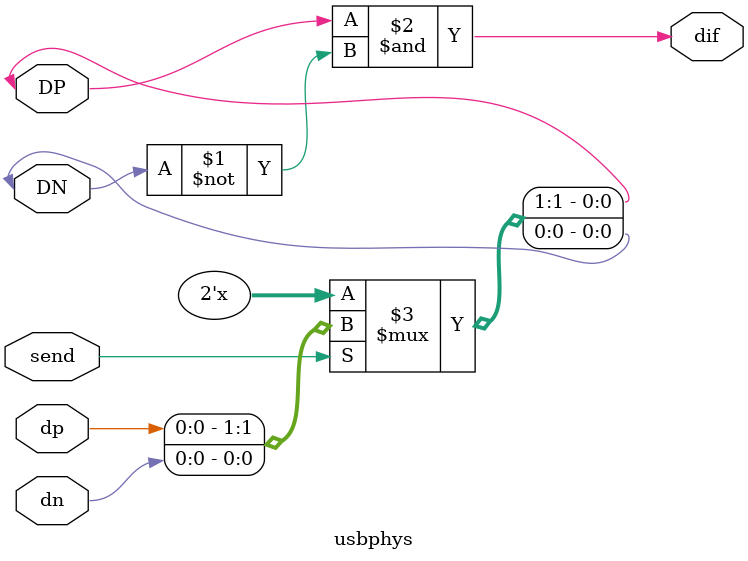
<source format=v>

module usbphys(DP, DN, dif, send, dp, dn);
   inout DP, DN;
   output dif;
   input  send, dp, dn;

   assign dif = DP & ~DN;
   assign { DP, DN } = send ? { dp, dn } : 2'bzz;

endmodule // usbphys

</source>
